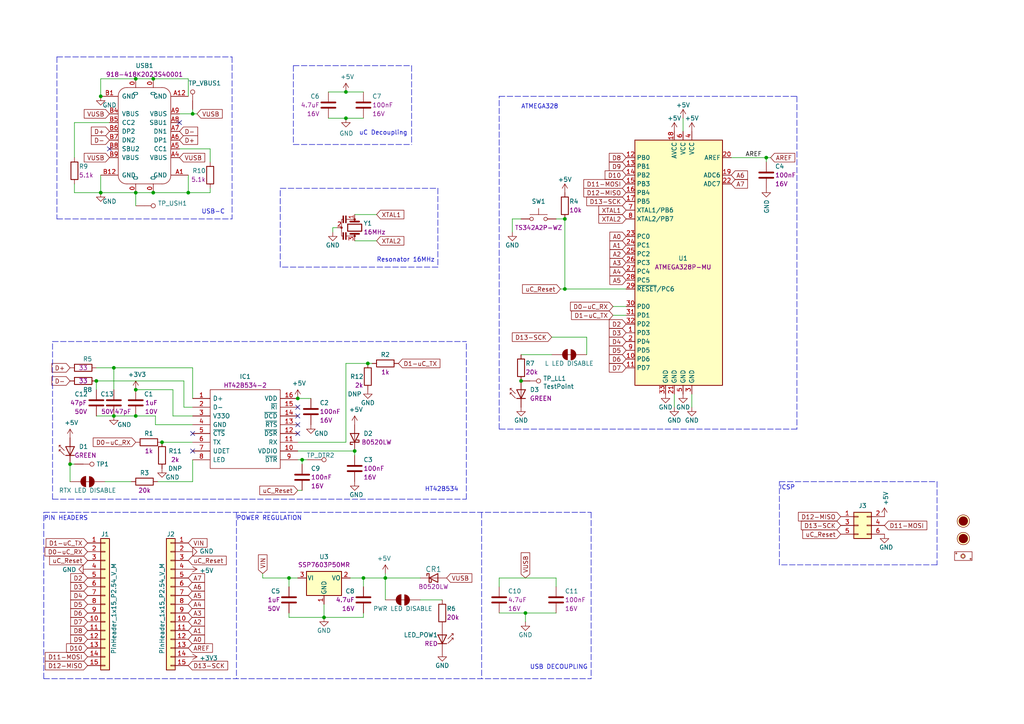
<source format=kicad_sch>
(kicad_sch (version 20211123) (generator eeschema)
  (paper "A4")
  (title_block (title "Jade Nano") (date "2021-02-09") (rev "0.2") (company "GroundStudio.ro") (comment 1 "Schematic: Victor"))
  (junction (at 111.76 167.64))
  (junction (at 151.13 110.49))
  (junction (at 29.21 27.94))
  (junction (at 33.02 106.68))
  (junction (at 163.83 83.82))
  (junction (at 93.98 179.07))
  (junction (at 102.87 130.81))
  (junction (at 44.45 55.88))
  (junction (at 33.02 120.65))
  (junction (at 44.45 22.86))
  (junction (at 39.37 22.86))
  (junction (at 100.33 34.29))
  (junction (at 222.25 45.72))
  (junction (at 86.36 115.57))
  (junction (at 46.99 128.27))
  (junction (at 152.4 177.8))
  (junction (at 27.94 110.49))
  (junction (at 39.37 120.65))
  (junction (at 20.32 134.62))
  (junction (at 105.41 167.64))
  (junction (at 39.37 55.88))
  (junction (at 54.61 55.88))
  (junction (at 39.37 113.03))
  (junction (at 87.63 133.35))
  (junction (at 83.82 167.64))
  (junction (at 55.88 33.02))
  (junction (at 29.21 55.88))
  (junction (at 100.33 26.67))
  (junction (at 163.83 63.5))
  (junction (at 106.68 105.41))
  (no_connect (at 86.36 125.73))
  (no_connect (at 55.88 130.81))
  (no_connect (at 86.36 118.11))
  (no_connect (at 55.88 125.73))
  (no_connect (at 86.36 120.65))
  (no_connect (at 86.36 123.19))
  (no_connect (at 31.75 43.18))
  (no_connect (at 52.07 35.56))
  (polyline (pts (xy 226.06 139.7) (xy 271.78 139.7)))
  (wire (pts (xy 44.45 22.86) (xy 39.37 22.86)))
  (wire (pts (xy 39.37 113.03) (xy 50.165 113.03)))
  (polyline (pts (xy 135.255 144.78) (xy 135.255 99.06)))
  (wire (pts (xy 86.36 128.27) (xy 100.33 128.27)))
  (wire (pts (xy 29.21 55.88) (xy 21.59 55.88)))
  (wire (pts (xy 39.37 55.88) (xy 39.37 59.69)))
  (wire (pts (xy 44.45 22.86) (xy 54.61 22.86)))
  (wire (pts (xy 27.94 106.68) (xy 33.02 106.68)))
  (wire (pts (xy 109.22 69.85) (xy 102.87 69.85)))
  (wire (pts (xy 83.82 170.18) (xy 83.82 167.64)))
  (wire (pts (xy 148.59 63.5) (xy 151.13 63.5)))
  (wire (pts (xy 31.75 35.56) (xy 21.59 35.56)))
  (wire (pts (xy 86.36 142.24) (xy 87.63 142.24)))
  (wire (pts (xy 101.6 167.64) (xy 105.41 167.64)))
  (wire (pts (xy 195.58 114.3) (xy 195.58 118.11)))
  (wire (pts (xy 163.83 63.5) (xy 163.83 83.82)))
  (polyline (pts (xy 231.14 124.46) (xy 144.78 124.46)))
  (polyline (pts (xy 226.06 163.83) (xy 226.06 139.7)))
  (wire (pts (xy 27.94 110.49) (xy 27.94 113.03)))
  (polyline (pts (xy 12.7 196.85) (xy 12.7 148.59)))
  (polyline (pts (xy 144.78 27.94) (xy 231.14 27.94)))
  (wire (pts (xy 177.8 88.9) (xy 181.61 88.9)))
  (wire (pts (xy 21.59 55.88) (xy 21.59 53.34)))
  (wire (pts (xy 93.98 179.07) (xy 105.41 179.07)))
  (wire (pts (xy 111.76 167.64) (xy 111.76 166.37)))
  (wire (pts (xy 161.29 63.5) (xy 163.83 63.5)))
  (wire (pts (xy 76.2 166.37) (xy 76.2 167.64)))
  (wire (pts (xy 29.21 50.8) (xy 29.21 55.88)))
  (wire (pts (xy 46.99 128.27) (xy 55.88 128.27)))
  (wire (pts (xy 27.94 120.65) (xy 33.02 120.65)))
  (wire (pts (xy 45.085 123.19) (xy 55.88 123.19)))
  (wire (pts (xy 152.4 177.8) (xy 152.4 180.34)))
  (wire (pts (xy 111.76 167.64) (xy 121.92 167.64)))
  (wire (pts (xy 100.33 128.27) (xy 100.33 105.41)))
  (wire (pts (xy 163.83 83.82) (xy 162.56 83.82)))
  (wire (pts (xy 50.165 120.65) (xy 55.88 120.65)))
  (wire (pts (xy 45.72 139.7) (xy 55.88 139.7)))
  (wire (pts (xy 102.87 62.23) (xy 109.22 62.23)))
  (wire (pts (xy 83.82 179.07) (xy 93.98 179.07)))
  (polyline (pts (xy 16.51 16.51) (xy 67.31 16.51)))
  (wire (pts (xy 50.165 113.03) (xy 50.165 120.65)))
  (wire (pts (xy 102.87 132.08) (xy 102.87 130.81)))
  (polyline (pts (xy 85.09 19.05) (xy 85.09 41.91)))
  (wire (pts (xy 20.32 134.62) (xy 21.59 134.62)))
  (wire (pts (xy 54.61 55.88) (xy 54.61 50.8)))
  (wire (pts (xy 53.34 110.49) (xy 53.34 118.11)))
  (wire (pts (xy 163.83 83.82) (xy 181.61 83.82)))
  (wire (pts (xy 160.02 97.79) (xy 170.18 97.79)))
  (wire (pts (xy 181.61 91.44) (xy 177.8 91.44)))
  (wire (pts (xy 21.59 35.56) (xy 21.59 45.72)))
  (wire (pts (xy 121.92 173.99) (xy 128.27 173.99)))
  (polyline (pts (xy 15.24 144.78) (xy 135.255 144.78)))
  (wire (pts (xy 76.2 167.64) (xy 83.82 167.64)))
  (wire (pts (xy 20.32 134.62) (xy 20.32 139.7)))
  (wire (pts (xy 54.61 22.86) (xy 54.61 27.94)))
  (wire (pts (xy 33.02 106.68) (xy 33.02 113.03)))
  (polyline (pts (xy 231.14 27.94) (xy 231.14 124.46)))
  (wire (pts (xy 52.07 43.18) (xy 60.96 43.18)))
  (wire (pts (xy 160.02 102.87) (xy 151.13 102.87)))
  (wire (pts (xy 95.25 34.29) (xy 100.33 34.29)))
  (wire (pts (xy 29.21 22.86) (xy 39.37 22.86)))
  (wire (pts (xy 152.4 177.8) (xy 161.29 177.8)))
  (polyline (pts (xy 271.78 139.7) (xy 271.78 163.83)))
  (wire (pts (xy 52.07 33.02) (xy 55.88 33.02)))
  (wire (pts (xy 83.82 177.8) (xy 83.82 179.07)))
  (wire (pts (xy 222.25 45.72) (xy 223.52 45.72)))
  (polyline (pts (xy 271.78 163.83) (xy 226.06 163.83)))
  (polyline (pts (xy 67.31 16.51) (xy 67.31 63.5)))
  (polyline (pts (xy 15.24 144.78) (xy 15.24 99.06)))
  (polyline (pts (xy 16.51 63.5) (xy 67.31 63.5)))
  (wire (pts (xy 33.02 106.68) (xy 55.88 106.68)))
  (wire (pts (xy 83.82 167.64) (xy 86.36 167.64)))
  (polyline (pts (xy 16.51 16.51) (xy 16.51 63.5)))
  (wire (pts (xy 100.33 34.29) (xy 105.41 34.29)))
  (polyline (pts (xy 15.24 99.06) (xy 135.255 99.06)))
  (wire (pts (xy 222.25 46.99) (xy 222.25 45.72)))
  (wire (pts (xy 60.96 55.88) (xy 60.96 54.61)))
  (wire (pts (xy 96.52 67.31) (xy 96.52 66.04)))
  (wire (pts (xy 39.37 120.65) (xy 45.085 120.65)))
  (wire (pts (xy 86.36 130.81) (xy 102.87 130.81)))
  (polyline (pts (xy 127 77.47) (xy 81.28 77.47)))
  (wire (pts (xy 44.45 55.88) (xy 54.61 55.88)))
  (wire (pts (xy 100.33 26.67) (xy 105.41 26.67)))
  (wire (pts (xy 95.25 26.67) (xy 100.33 26.67)))
  (wire (pts (xy 55.88 33.02) (xy 57.15 33.02)))
  (wire (pts (xy 111.76 173.99) (xy 111.76 167.64)))
  (polyline (pts (xy 119.38 19.05) (xy 119.38 41.91)))
  (wire (pts (xy 54.61 55.88) (xy 60.96 55.88)))
  (wire (pts (xy 86.36 115.57) (xy 90.17 115.57)))
  (wire (pts (xy 93.98 175.26) (xy 93.98 179.07)))
  (wire (pts (xy 33.02 120.65) (xy 39.37 120.65)))
  (wire (pts (xy 55.88 106.68) (xy 55.88 115.57)))
  (wire (pts (xy 144.78 167.64) (xy 161.29 167.64)))
  (wire (pts (xy 144.78 177.8) (xy 152.4 177.8)))
  (wire (pts (xy 27.94 110.49) (xy 53.34 110.49)))
  (wire (pts (xy 29.21 27.94) (xy 29.21 22.86)))
  (wire (pts (xy 96.52 66.04) (xy 97.79 66.04)))
  (wire (pts (xy 100.33 105.41) (xy 106.68 105.41)))
  (wire (pts (xy 170.18 97.79) (xy 170.18 102.87)))
  (wire (pts (xy 87.63 133.35) (xy 87.63 134.62)))
  (polyline (pts (xy 127 54.61) (xy 127 77.47)))
  (wire (pts (xy 45.085 120.65) (xy 45.085 123.19)))
  (polyline (pts (xy 81.28 77.47) (xy 81.28 54.61)))
  (wire (pts (xy 87.63 133.35) (xy 86.36 133.35)))
  (wire (pts (xy 105.41 177.8) (xy 105.41 179.07)))
  (polyline (pts (xy 85.09 19.05) (xy 119.38 19.05)))
  (wire (pts (xy 39.37 55.88) (xy 44.45 55.88)))
  (wire (pts (xy 212.09 45.72) (xy 222.25 45.72)))
  (wire (pts (xy 105.41 167.64) (xy 111.76 167.64)))
  (wire (pts (xy 30.48 139.7) (xy 38.1 139.7)))
  (polyline (pts (xy 12.7 148.59) (xy 171.45 148.59)))
  (polyline (pts (xy 12.7 196.85) (xy 171.45 196.85)))
  (wire (pts (xy 106.68 105.41) (xy 107.95 105.41)))
  (polyline (pts (xy 139.7 148.59) (xy 139.7 196.85)))
  (polyline (pts (xy 144.78 124.46) (xy 144.78 27.94)))
  (wire (pts (xy 29.21 55.88) (xy 39.37 55.88)))
  (wire (pts (xy 53.34 118.11) (xy 55.88 118.11)))
  (wire (pts (xy 105.41 170.18) (xy 105.41 167.64)))
  (polyline (pts (xy 85.09 41.91) (xy 119.38 41.91)))
  (wire (pts (xy 198.12 34.29) (xy 198.12 38.1)))
  (wire (pts (xy 161.29 170.18) (xy 161.29 167.64)))
  (wire (pts (xy 60.96 43.18) (xy 60.96 46.99)))
  (wire (pts (xy 55.88 139.7) (xy 55.88 133.35)))
  (polyline (pts (xy 171.45 148.59) (xy 171.45 196.85)))
  (wire (pts (xy 144.78 170.18) (xy 144.78 167.64)))
  (wire (pts (xy 88.9 133.35) (xy 87.63 133.35)))
  (polyline (pts (xy 81.28 54.61) (xy 127 54.61)))
  (polyline (pts (xy 68.58 148.59) (xy 68.58 196.85)))
  (wire (pts (xy 55.88 31.75) (xy 55.88 33.02)))
  (wire (pts (xy 200.66 114.3) (xy 200.66 118.11)))
  (wire (pts (xy 148.59 67.31) (xy 148.59 63.5)))
  (text "USB DECOUPLING\n" (at 153.67 194.31 0) (effects (font (size 1.27 1.27)) (justify left bottom)))
  (text "ATMEGA328" (at 151.13 31.75 0) (effects (font (size 1.27 1.27)) (justify left bottom)))
  (text "PIN HEADERS\n" (at 12.7 151.13 0) (effects (font (size 1.27 1.27)) (justify left bottom)))
  (text "uC Decoupling" (at 104.14 39.37 0) (effects (font (size 1.27 1.27)) (justify left bottom)))
  (text "Resonator 16MHz" (at 109.22 76.2 0) (effects (font (size 1.27 1.27)) (justify left bottom)))
  (text "USB-C\n" (at 58.42 62.23 0) (effects (font (size 1.27 1.27)) (justify left bottom)))
  (text "POWER REGULATION" (at 68.58 151.13 0) (effects (font (size 1.27 1.27)) (justify left bottom)))
  (text "HT42B534\n\n" (at 123.19 144.78 0) (effects (font (size 1.27 1.27)) (justify left bottom)))
  (text "ICSP\n" (at 226.06 142.24 0) (effects (font (size 1.27 1.27)) (justify left bottom)))
  (label "AREF" (at 220.98 45.72 180))
  (global_label "A7" (shape input) (at 54.61 167.64 0) (property "Intersheet References" "${INTERSHEET_REFS}" (effects hide)))
  (global_label "D13-SCK" (shape input) (at 54.61 193.04 0) (property "Intersheet References" "${INTERSHEET_REFS}" (effects hide)))
  (global_label "D6" (shape input) (at 181.61 104.14 180) (property "Intersheet References" "${INTERSHEET_REFS}" (effects hide)))
  (global_label "A6" (shape input) (at 212.09 50.8 0) (property "Intersheet References" "${INTERSHEET_REFS}" (effects hide)))
  (global_label "VUSB" (shape input) (at 152.4 167.64 90) (property "Intersheet References" "${INTERSHEET_REFS}" (effects hide)))
  (global_label "uC_Reset" (shape input) (at 243.84 154.94 180) (property "Intersheet References" "${INTERSHEET_REFS}" (effects hide)))
  (global_label "A0" (shape input) (at 181.61 68.58 180) (property "Intersheet References" "${INTERSHEET_REFS}" (effects hide)))
  (global_label "D7" (shape input) (at 25.4 180.34 180) (property "Intersheet References" "${INTERSHEET_REFS}" (effects hide)))
  (global_label "D2" (shape input) (at 181.61 93.98 180) (property "Intersheet References" "${INTERSHEET_REFS}" (effects hide)))
  (global_label "uC_Reset" (shape input) (at 162.56 83.82 180) (property "Intersheet References" "${INTERSHEET_REFS}" (effects hide)))
  (global_label "uC_Reset" (shape input) (at 86.36 142.24 180) (property "Intersheet References" "${INTERSHEET_REFS}" (effects hide)))
  (global_label "D12-MISO" (shape input) (at 243.84 149.86 180) (property "Intersheet References" "${INTERSHEET_REFS}" (effects hide)))
  (global_label "uC_Reset" (shape input) (at 25.4 162.56 180) (property "Intersheet References" "${INTERSHEET_REFS}" (effects hide)))
  (global_label "D2" (shape input) (at 25.4 167.64 180) (property "Intersheet References" "${INTERSHEET_REFS}" (effects hide)))
  (global_label "D5" (shape input) (at 181.61 101.6 180) (property "Intersheet References" "${INTERSHEET_REFS}" (effects hide)))
  (global_label "A5" (shape input) (at 54.61 172.72 0) (property "Intersheet References" "${INTERSHEET_REFS}" (effects hide)))
  (global_label "D1-uC_TX" (shape input) (at 115.57 105.41 0) (property "Intersheet References" "${INTERSHEET_REFS}" (effects hide)))
  (global_label "A2" (shape input) (at 54.61 180.34 0) (property "Intersheet References" "${INTERSHEET_REFS}" (effects hide)))
  (global_label "AREF" (shape input) (at 223.52 45.72 0) (property "Intersheet References" "${INTERSHEET_REFS}" (effects hide)))
  (global_label "VUSB" (shape input) (at 31.75 33.02 180) (property "Intersheet References" "${INTERSHEET_REFS}" (effects hide)))
  (global_label "D0-uC_RX" (shape input) (at 39.37 128.27 180) (property "Intersheet References" "${INTERSHEET_REFS}" (effects hide)))
  (global_label "A1" (shape input) (at 54.61 182.88 0) (property "Intersheet References" "${INTERSHEET_REFS}" (effects hide)))
  (global_label "XTAL1" (shape input) (at 181.61 60.96 180) (property "Intersheet References" "${INTERSHEET_REFS}" (effects hide)))
  (global_label "D9" (shape input) (at 25.4 185.42 180) (property "Intersheet References" "${INTERSHEET_REFS}" (effects hide)))
  (global_label "D0-uC_RX" (shape input) (at 177.8 88.9 180) (property "Intersheet References" "${INTERSHEET_REFS}" (effects hide)))
  (global_label "D4" (shape input) (at 181.61 99.06 180) (property "Intersheet References" "${INTERSHEET_REFS}" (effects hide)))
  (global_label "VUSB" (shape input) (at 57.15 33.02 0) (property "Intersheet References" "${INTERSHEET_REFS}" (effects hide)))
  (global_label "D-" (shape input) (at 52.07 38.1 0) (property "Intersheet References" "${INTERSHEET_REFS}" (effects hide)))
  (global_label "VUSB" (shape input) (at 129.54 167.64 0) (property "Intersheet References" "${INTERSHEET_REFS}" (effects hide)))
  (global_label "D13-SCK" (shape input) (at 243.84 152.4 180) (property "Intersheet References" "${INTERSHEET_REFS}" (effects hide)))
  (global_label "VUSB" (shape input) (at 31.75 45.72 180) (property "Intersheet References" "${INTERSHEET_REFS}" (effects hide)))
  (global_label "D9" (shape input) (at 181.61 48.26 180) (property "Intersheet References" "${INTERSHEET_REFS}" (effects hide)))
  (global_label "A3" (shape input) (at 54.61 177.8 0) (property "Intersheet References" "${INTERSHEET_REFS}" (effects hide)))
  (global_label "D11-MOSI" (shape input) (at 256.54 152.4 0) (property "Intersheet References" "${INTERSHEET_REFS}" (effects hide)))
  (global_label "D5" (shape input) (at 25.4 175.26 180) (property "Intersheet References" "${INTERSHEET_REFS}" (effects hide)))
  (global_label "D1-uC_TX" (shape input) (at 25.4 157.48 180) (property "Intersheet References" "${INTERSHEET_REFS}" (effects hide)))
  (global_label "uC_Reset" (shape input) (at 54.61 162.56 0) (property "Intersheet References" "${INTERSHEET_REFS}" (effects hide)))
  (global_label "A4" (shape input) (at 54.61 175.26 0) (property "Intersheet References" "${INTERSHEET_REFS}" (effects hide)))
  (global_label "XTAL1" (shape input) (at 109.22 62.23 0) (property "Intersheet References" "${INTERSHEET_REFS}" (effects hide)))
  (global_label "VIN" (shape input) (at 54.61 157.48 0) (property "Intersheet References" "${INTERSHEET_REFS}" (effects hide)))
  (global_label "A4" (shape input) (at 181.61 78.74 180) (property "Intersheet References" "${INTERSHEET_REFS}" (effects hide)))
  (global_label "D12-MISO" (shape input) (at 25.4 193.04 180) (property "Intersheet References" "${INTERSHEET_REFS}" (effects hide)))
  (global_label "A7" (shape input) (at 212.09 53.34 0) (property "Intersheet References" "${INTERSHEET_REFS}" (effects hide)))
  (global_label "VUSB" (shape input) (at 52.07 45.72 0) (property "Intersheet References" "${INTERSHEET_REFS}" (effects hide)))
  (global_label "A2" (shape input) (at 181.61 73.66 180) (property "Intersheet References" "${INTERSHEET_REFS}" (effects hide)))
  (global_label "D1-uC_TX" (shape input) (at 177.8 91.44 180) (property "Intersheet References" "${INTERSHEET_REFS}" (effects hide)))
  (global_label "A3" (shape input) (at 181.61 76.2 180) (property "Intersheet References" "${INTERSHEET_REFS}" (effects hide)))
  (global_label "A5" (shape input) (at 181.61 81.28 180) (property "Intersheet References" "${INTERSHEET_REFS}" (effects hide)))
  (global_label "D-" (shape input) (at 31.75 40.64 180) (property "Intersheet References" "${INTERSHEET_REFS}" (effects hide)))
  (global_label "D4" (shape input) (at 25.4 172.72 180) (property "Intersheet References" "${INTERSHEET_REFS}" (effects hide)))
  (global_label "D+" (shape input) (at 20.32 106.68 180) (property "Intersheet References" "${INTERSHEET_REFS}" (effects hide)))
  (global_label "D-" (shape input) (at 20.32 110.49 180) (property "Intersheet References" "${INTERSHEET_REFS}" (effects hide)))
  (global_label "AREF" (shape input) (at 54.61 187.96 0) (property "Intersheet References" "${INTERSHEET_REFS}" (effects hide)))
  (global_label "VIN" (shape input) (at 76.2 166.37 90) (property "Intersheet References" "${INTERSHEET_REFS}" (effects hide)))
  (global_label "D7" (shape input) (at 181.61 106.68 180) (property "Intersheet References" "${INTERSHEET_REFS}" (effects hide)))
  (global_label "A6" (shape input) (at 54.61 170.18 0) (property "Intersheet References" "${INTERSHEET_REFS}" (effects hide)))
  (global_label "D6" (shape input) (at 25.4 177.8 180) (property "Intersheet References" "${INTERSHEET_REFS}" (effects hide)))
  (global_label "D3" (shape input) (at 181.61 96.52 180) (property "Intersheet References" "${INTERSHEET_REFS}" (effects hide)))
  (global_label "D11-MOSI" (shape input) (at 25.4 190.5 180) (property "Intersheet References" "${INTERSHEET_REFS}" (effects hide)))
  (global_label "D10" (shape input) (at 181.61 50.8 180) (property "Intersheet References" "${INTERSHEET_REFS}" (effects hide)))
  (global_label "XTAL2" (shape input) (at 109.22 69.85 0) (property "Intersheet References" "${INTERSHEET_REFS}" (effects hide)))
  (global_label "D13-SCK" (shape input) (at 160.02 97.79 180) (property "Intersheet References" "${INTERSHEET_REFS}" (effects hide)))
  (global_label "A1" (shape input) (at 181.61 71.12 180) (property "Intersheet References" "${INTERSHEET_REFS}" (effects hide)))
  (global_label "D10" (shape input) (at 25.4 187.96 180) (property "Intersheet References" "${INTERSHEET_REFS}" (effects hide)))
  (global_label "D12-MISO" (shape input) (at 181.61 55.88 180) (property "Intersheet References" "${INTERSHEET_REFS}" (effects hide)))
  (global_label "XTAL2" (shape input) (at 181.61 63.5 180) (property "Intersheet References" "${INTERSHEET_REFS}" (effects hide)))
  (global_label "D8" (shape input) (at 25.4 182.88 180) (property "Intersheet References" "${INTERSHEET_REFS}" (effects hide)))
  (global_label "D+" (shape input) (at 52.07 40.64 0) (property "Intersheet References" "${INTERSHEET_REFS}" (effects hide)))
  (global_label "A0" (shape input) (at 54.61 185.42 0) (property "Intersheet References" "${INTERSHEET_REFS}" (effects hide)))
  (global_label "D0-uC_RX" (shape input) (at 25.4 160.02 180) (property "Intersheet References" "${INTERSHEET_REFS}" (effects hide)))
  (global_label "D3" (shape input) (at 25.4 170.18 180) (property "Intersheet References" "${INTERSHEET_REFS}" (effects hide)))
  (global_label "D+" (shape input) (at 31.75 38.1 180) (property "Intersheet References" "${INTERSHEET_REFS}" (effects hide)))
  (global_label "D8" (shape input) (at 181.61 45.72 180) (property "Intersheet References" "${INTERSHEET_REFS}" (effects hide)))
  (global_label "D11-MOSI" (shape input) (at 181.61 53.34 180) (property "Intersheet References" "${INTERSHEET_REFS}" (effects hide)))
  (global_label "D13-SCK" (shape input) (at 181.61 58.42 180) (property "Intersheet References" "${INTERSHEET_REFS}" (effects hide)))
  (symbol (lib_id "GS_Local:C") (at 161.29 173.99 0) (unit 1)
    (property "Reference" "C11" (at 163.83 171.45 0) (effects (justify left)))
    (property "Value" "C_0402_100nF_16V" (effects hide))
    (property "Footprint" "GS_Local:C_0402_1005Metric" (effects hide))
    (property "Datasheet" "https://datasheet.lcsc.com/lcsc/1811011928_Walsin-Tech-Corp-0402B104K160CT_C83056.pdf" (effects hide))
    (property "MPN" "0402B104K160CT" (effects hide))
    (property "LCSC" "C83056" (effects hide))
    (property "Rated voltage" "16V" (at 163.83 176.53 0) (effects (justify left)))
    (property "Capacitance" "100nF" (at 163.83 173.99 0) (effects (justify left)))
  )
  (symbol (lib_id "GS_Local:GND") (at 152.4 180.34 0) (unit 1)
    (property "Reference" "#PWR0106" (effects hide))
    (property "Value" "GND" (at 152.4 184.15 0))
  )
  (symbol (lib_id "GS_Local:Conn_01x15") (at 30.48 175.26 0) (unit 1)
    (property "Reference" "J1" (at 30.48 154.94 0))
    (property "Value" "PinHeader_1x15_P2.54_V_M" (at 33.02 176.53 90))
    (property "Footprint" "GS_Local:PinHeader_1x15_P2.54mm_Vertical_Male" (effects hide))
    (property "Datasheet" "https://datasheet.lcsc.com/szlcsc/1811151421_Ckmtw-Shenzhen-Cankemeng-C124373_C124373.pdf" (effects hide))
    (property "MPN" "B-2100S15P-A110" (effects hide))
    (property "LCSC" "C124373" (effects hide))
  )
  (symbol (lib_id "GS_Local:Conn_01x15") (at 49.53 175.26 0) (mirror y) (unit 1)
    (property "Reference" "J2" (at 49.53 154.94 0))
    (property "Value" "PinHeader_1x15_P2.54_V_M" (at 46.99 176.53 90))
    (property "Footprint" "GS_Local:PinHeader_1x15_P2.54mm_Vertical_Male" (effects hide))
    (property "Datasheet" "https://datasheet.lcsc.com/szlcsc/1811151421_Ckmtw-Shenzhen-Cankemeng-C124373_C124373.pdf" (effects hide))
    (property "MPN" "B-2100S15P-A110" (effects hide))
    (property "LCSC" "C124373" (effects hide))
  )
  (symbol (lib_id "GS_Local:C") (at 144.78 173.99 0) (unit 1)
    (property "Reference" "C10" (at 147.32 171.45 0) (effects (justify left)))
    (property "Value" "C_0402_4.7uF_16V" (effects hide))
    (property "Footprint" "GS_Local:C_0402_1005Metric" (effects hide))
    (property "Datasheet" "https://datasheet.lcsc.com/szlcsc/2008271938_SANYEAR-C0402X5R475M160NT_C729453.pdf" (effects hide))
    (property "MPN" "C0402X5R475M160NT" (effects hide))
    (property "LCSC" "C729453" (effects hide))
    (property "Rated voltage" "16V" (at 147.32 176.53 0) (effects (justify left)))
    (property "Capacitance" "4.7uF" (at 147.32 173.99 0) (effects (justify left)))
  )
  (symbol (lib_id "GS_Local:GND") (at 256.54 154.94 0) (unit 1)
    (property "Reference" "#PWR0113" (effects hide))
    (property "Value" "GND" (at 259.08 158.75 0) (effects (justify right)))
  )
  (symbol (lib_id "GS_Local:+5V") (at 256.54 149.86 0) (unit 1)
    (property "Reference" "#PWR0114" (effects hide))
    (property "Value" "+5V" (at 256.921 146.6088 90) (effects (justify left)))
  )
  (symbol (lib_id "GS_Local:GND") (at 193.04 114.3 0) (unit 1)
    (property "Reference" "#PWR0115" (effects hide))
    (property "Value" "GND" (at 193.04 118.11 0))
  )
  (symbol (lib_id "GS_Local:C") (at 95.25 30.48 0) (unit 1)
    (property "Reference" "C6" (at 92.71 27.94 0) (effects (justify right)))
    (property "Value" "C_0402_4.7uF_16V" (effects hide))
    (property "Footprint" "GS_Local:C_0402_1005Metric" (effects hide))
    (property "Datasheet" "https://datasheet.lcsc.com/szlcsc/2008271938_SANYEAR-C0402X5R475M160NT_C729453.pdf" (effects hide))
    (property "MPN" "C0402X5R475M160NT" (effects hide))
    (property "LCSC" "C729453" (effects hide))
    (property "Rated voltage" "16V" (at 92.71 33.02 0) (effects (justify right)))
    (property "Capacitance" "4.7uF" (at 92.71 30.48 0) (effects (justify right)))
  )
  (symbol (lib_id "GS_Local:C") (at 105.41 30.48 0) (unit 1)
    (property "Reference" "C7" (at 107.95 27.94 0) (effects (justify left)))
    (property "Value" "C_0402_100nF_16V" (effects hide))
    (property "Footprint" "GS_Local:C_0402_1005Metric" (effects hide))
    (property "Datasheet" "https://datasheet.lcsc.com/lcsc/1811011928_Walsin-Tech-Corp-0402B104K160CT_C83056.pdf" (effects hide))
    (property "MPN" "0402B104K160CT" (effects hide))
    (property "LCSC" "C83056" (effects hide))
    (property "Rated voltage" "16V" (at 107.95 33.02 0) (effects (justify left)))
    (property "Capacitance" "100nF" (at 107.95 30.48 0) (effects (justify left)))
  )
  (symbol (lib_id "GS_Local:GND") (at 100.33 34.29 0) (unit 1)
    (property "Reference" "#PWR0116" (effects hide))
    (property "Value" "GND" (at 100.457 38.6842 0))
  )
  (symbol (lib_id "GS_Local:R") (at 163.83 59.69 180) (unit 1)
    (property "Reference" "R4" (at 165.1 58.42 0) (effects (justify right)))
    (property "Value" "R_0402_10k" (effects hide))
    (property "Footprint" "GS_Local:R_0402_1005Metric" (effects hide))
    (property "Datasheet" "https://datasheet.lcsc.com/szlcsc/1811091923_UNI-ROYAL-Uniroyal-Elec-0402WGJ0103TCE_C25531.pdf" (effects hide))
    (property "MPN" "0402WGJ0103TCE" (effects hide))
    (property "LCSC" "C25531" (effects hide))
    (property "Resistance" "10k" (at 165.1 60.96 0) (effects (justify right)))
  )
  (symbol (lib_id "GS_Local:+5V") (at 163.83 55.88 0) (unit 1)
    (property "Reference" "#PWR0118" (effects hide))
    (property "Value" "+5V" (at 163.83 52.07 0))
  )
  (symbol (lib_id "GS_Local:GND") (at 93.98 179.07 0) (mirror y) (unit 1)
    (property "Reference" "#PWR0103" (effects hide))
    (property "Value" "GND" (at 93.98 182.88 0))
  )
  (symbol (lib_id "GS_Local:TS342A2P-WZ") (at 156.21 63.5 0) (unit 1)
    (property "Reference" "SW1" (at 156.21 58.42 0))
    (property "Value" "TS342A2P-WZ" (effects hide))
    (property "Footprint" "GS_Local:TS342A2P-WZ" (effects hide))
    (property "Datasheet" "https://datasheet.lcsc.com/szlcsc/2005221232_SHOU-HAN-TS342A2P-WZ_C557591.pdf" (effects hide))
    (property "MPN" "TS342A2P-WZ" (at 156.21 66.04 0))
    (property "LCSC" "C557591" (effects hide))
  )
  (symbol (lib_id "GS_Local:GND") (at 148.59 67.31 0) (unit 1)
    (property "Reference" "#PWR0119" (effects hide))
    (property "Value" "GND" (at 148.59 71.12 0))
  )
  (symbol (lib_id "GS_Local:R") (at 128.27 177.8 0) (mirror x) (unit 1)
    (property "Reference" "R6" (at 129.54 176.53 0) (effects (justify left)))
    (property "Value" "R_0402_20k" (effects hide))
    (property "Footprint" "GS_Local:R_0402_1005Metric" (effects hide))
    (property "Datasheet" "https://datasheet.lcsc.com/lcsc/1810191630_Walsin-Tech-Corp-WR04X2002FTL_C163819.pdf" (effects hide))
    (property "MPN" "WR04X2002FTL" (effects hide))
    (property "LCSC" "C163819" (effects hide))
    (property "Resistance" "20k" (at 129.54 179.07 0) (effects (justify left)))
  )
  (symbol (lib_id "GS_Local:DY-IR333C-A") (at 128.27 184.15 270) (mirror x) (unit 1)
    (property "Reference" "LED_POW1" (at 127 184.15 90) (effects (justify right)))
    (property "Value" "LED_0402_RED" (effects hide))
    (property "Footprint" "GS_Local:LED_0402_1005Metric" (effects hide))
    (property "Datasheet" "https://datasheet.lcsc.com/szlcsc/2009251739_TUOZHAN-TZ-P2-0402RTIA1-0-45T_C779449.pdf" (effects hide))
    (property "MPN" "TZ-P2-0402RTIA1-0.45T" (effects hide))
    (property "LCSC" "C779449" (effects hide))
    (property "Color" "RED" (at 127 186.69 90) (effects (justify right)))
  )
  (symbol (lib_id "GS_Local:GND") (at 128.27 189.23 0) (mirror y) (unit 1)
    (property "Reference" "#PWR0102" (effects hide))
    (property "Value" "GND" (at 128.27 193.04 0))
  )
  (symbol (lib_id "GS_Local:+5V") (at 111.76 166.37 0) (mirror y) (unit 1)
    (property "Reference" "#PWR0101" (effects hide))
    (property "Value" "+5V" (at 111.379 161.9758 0))
  )
  (symbol (lib_id "GS_Local:D_Schottky") (at 125.73 167.64 0) (unit 1)
    (property "Reference" "CR1" (at 125.73 165.1 0) (effects (font (size 1.524 1.524))))
    (property "Value" "SOD-123 B0520LW" (effects hide))
    (property "Footprint" "GS_Local:SOD-123" (effects hide))
    (property "Datasheet" "https://datasheet.lcsc.com/szlcsc/1811021622_Changzhou-Starsea-Elec-B0520LW_C89640.pdf" (effects hide))
    (property "MPN" "B0520LW" (at 125.73 170.18 0))
    (property "LCSC" "C89640" (effects hide))
  )
  (symbol (lib_id "GS_Local:R") (at 111.76 105.41 90) (unit 1)
    (property "Reference" "R2" (at 111.76 102.87 90))
    (property "Value" "R_0402_1k" (effects hide))
    (property "Footprint" "GS_Local:R_0402_1005Metric" (effects hide))
    (property "Datasheet" "https://datasheet.lcsc.com/szlcsc/1811141734_FH-Guangdong-Fenghua-Advanced-Tech-RC-02W1001FT_C226166.pdf" (effects hide))
    (property "MPN" "RC-02W1001FT" (effects hide))
    (property "LCSC" "C226166" (effects hide))
    (property "Resistance" "1k" (at 111.76 107.95 90))
  )
  (symbol (lib_id "GS_Local:R") (at 43.18 128.27 270) (unit 1)
    (property "Reference" "R1" (at 43.18 125.73 90))
    (property "Value" "R_0402_1k" (effects hide))
    (property "Footprint" "GS_Local:R_0402_1005Metric" (effects hide))
    (property "Datasheet" "https://datasheet.lcsc.com/szlcsc/1811141734_FH-Guangdong-Fenghua-Advanced-Tech-RC-02W1001FT_C226166.pdf" (effects hide))
    (property "MPN" "RC-02W1001FT" (effects hide))
    (property "LCSC" "C226166" (effects hide))
    (property "Resistance" "1k" (at 43.18 130.81 90))
  )
  (symbol (lib_id "GS_Local:GND") (at 96.52 67.31 0) (unit 1)
    (property "Reference" "#PWR0122" (effects hide))
    (property "Value" "GND" (at 96.52 71.12 0))
  )
  (symbol (lib_id "GS_Local:GND") (at 54.61 160.02 90) (unit 1)
    (property "Reference" "#PWR0111" (effects hide))
    (property "Value" "GND" (at 57.8612 159.893 90) (effects (justify right)))
  )
  (symbol (lib_id "GS_Local:+5V") (at 54.61 165.1 270) (unit 1)
    (property "Reference" "#PWR0108" (effects hide))
    (property "Value" "+5V" (at 57.8612 165.481 90) (effects (justify left)))
  )
  (symbol (lib_id "GS_Local:C") (at 222.25 50.8 0) (unit 1)
    (property "Reference" "C4" (at 224.79 48.26 0) (effects (justify left)))
    (property "Value" "C_0402_100nF_16V" (effects hide))
    (property "Footprint" "GS_Local:C_0402_1005Metric" (effects hide))
    (property "Datasheet" "https://datasheet.lcsc.com/lcsc/1811011928_Walsin-Tech-Corp-0402B104K160CT_C83056.pdf" (effects hide))
    (property "MPN" "0402B104K160CT" (effects hide))
    (property "LCSC" "C83056" (effects hide))
    (property "Rated voltage" "16V" (at 224.79 53.34 0) (effects (justify left)))
    (property "Capacitance" "100nF" (at 224.79 50.8 0) (effects (justify left)))
  )
  (symbol (lib_id "GS_Local:GND") (at 222.25 54.61 0) (unit 1)
    (property "Reference" "#PWR0124" (effects hide))
    (property "Value" "GND" (at 222.377 57.8612 90) (effects (justify right)))
  )
  (symbol (lib_id "GS_Local:+3V3") (at 54.61 190.5 270) (unit 1)
    (property "Reference" "#PWR0109" (effects hide))
    (property "Value" "+3V3" (at 57.8612 190.881 90) (effects (justify left)))
  )
  (symbol (lib_id "GS_Local:GND") (at 25.4 165.1 270) (unit 1)
    (property "Reference" "#PWR0110" (effects hide))
    (property "Value" "GND" (at 22.1488 165.227 90) (effects (justify right)))
  )
  (symbol (lib_id "GS_Local:C") (at 105.41 173.99 0) (unit 1)
    (property "Reference" "C8" (at 102.87 171.45 0) (effects (justify right)))
    (property "Value" "C_0402_4.7uF_16V" (effects hide))
    (property "Footprint" "GS_Local:C_0402_1005Metric" (effects hide))
    (property "Datasheet" "https://datasheet.lcsc.com/szlcsc/2008271938_SANYEAR-C0402X5R475M160NT_C729453.pdf" (effects hide))
    (property "MPN" "C0402X5R475M160NT" (effects hide))
    (property "LCSC" "C729453" (effects hide))
    (property "Rated voltage" "16V" (at 102.87 176.53 0) (effects (justify right)))
    (property "Capacitance" "4.7uF" (at 102.87 173.99 0) (effects (justify right)))
  )
  (symbol (lib_id "GS_Local:C") (at 83.82 173.99 0) (unit 1)
    (property "Reference" "C5" (at 81.28 171.45 0) (effects (justify right)))
    (property "Value" "C_0603_1uF_50V" (effects hide))
    (property "Footprint" "GS_Local:C_0603_1608Metric" (effects hide))
    (property "Datasheet" "https://datasheet.lcsc.com/szlcsc/1810261812_Samsung-Electro-Mechanics-CL10A105KB8NNNC_C15849.pdf" (effects hide))
    (property "MPN" "CL10A105KB8NNNC" (effects hide))
    (property "LCSC" "C15849" (effects hide))
    (property "Rated voltage" "50V" (at 81.28 176.53 0) (effects (justify right)))
    (property "Capacitance" "1uF" (at 81.28 173.99 0) (effects (justify right)))
  )
  (symbol (lib_id "GS_Local:ATmega328P-MU") (at 196.85 76.2 0) (mirror y) (unit 1)
    (property "Reference" "U1" (at 198.12 74.93 0))
    (property "Value" "ATmega328P-MU" (effects hide))
    (property "Footprint" "GS_Local:QFN-32-1EP_5x5mm_P0.5mm_EP3.1x3.1mm" (effects hide))
    (property "Datasheet" "https://datasheet.lcsc.com/szlcsc/1809192132_Microchip-Tech-ATMEGA328P-MU_C38896.pdf" (effects hide))
    (property "MPN" "ATMEGA328P-MU" (at 198.12 77.47 0))
    (property "LCSC" "C38896" (effects hide))
  )
  (symbol (lib_id "GS_Local:+5V") (at 100.33 26.67 0) (unit 1)
    (property "Reference" "#PWR0126" (effects hide))
    (property "Value" "+5V" (at 100.711 22.2758 0))
  )
  (symbol (lib_id "GS_Local:+5V") (at 200.66 38.1 0) (unit 1)
    (property "Reference" "#PWR0117" (effects hide))
    (property "Value" "+5V" (at 200.66 34.29 0))
  )
  (symbol (lib_id "GS_Local:CSTNE16M0V530000R0") (at 102.87 66.04 270) (unit 1)
    (property "Reference" "Y1" (at 105.41 64.77 90) (effects (justify left)))
    (property "Value" "RSN_3P_3.2x1.3 CSTNE16M0V" (effects hide))
    (property "Footprint" "GS_Local:CSTNE" (effects hide))
    (property "Datasheet" "https://datasheet.lcsc.com/szlcsc/1912111437_Murata-Electronics-CSTNE16M0V530000R0_C341521.pdf" (effects hide))
    (property "MPN" "CSTNE16M0V530000R0" (effects hide))
    (property "LCSC" "C341521" (effects hide))
    (property "Frequency" "16MHz" (at 105.41 67.31 90) (effects (justify left)))
  )
  (symbol (lib_id "GS_Local:DY-IR333C-A") (at 151.13 113.03 90) (unit 1)
    (property "Reference" "D3" (at 153.67 113.03 90) (effects (justify right)))
    (property "Value" "LED_0402_GREEN" (effects hide))
    (property "Footprint" "GS_Local:LED_0402_1005Metric" (effects hide))
    (property "Datasheet" "https://datasheet.lcsc.com/szlcsc/2006241134_TUOZHAN-TZ-P2-0402GTIA1-0-45T_C688877.pdf" (effects hide))
    (property "MPN" "TZ-P2-0402GTIA1-0.45T" (effects hide))
    (property "LCSC" "C688877" (effects hide))
    (property "Color" "GREEN" (at 153.67 115.57 90) (effects (justify right)))
  )
  (symbol (lib_id "GS_Local:R") (at 151.13 106.68 0) (unit 1)
    (property "Reference" "R7" (at 152.4 105.41 0) (effects (justify left)))
    (property "Value" "R_0402_20k" (effects hide))
    (property "Footprint" "GS_Local:R_0402_1005Metric" (effects hide))
    (property "Datasheet" "https://datasheet.lcsc.com/lcsc/1810191630_Walsin-Tech-Corp-WR04X2002FTL_C163819.pdf" (effects hide))
    (property "MPN" "WR04X2002FTL" (effects hide))
    (property "LCSC" "C163819" (effects hide))
    (property "Resistance" "20k" (at 152.4 107.95 0) (effects (justify left)))
  )
  (symbol (lib_id "GS_Local:GND") (at 151.13 118.11 0) (unit 1)
    (property "Reference" "#PWR0125" (effects hide))
    (property "Value" "GND" (at 151.13 121.92 0))
  )
  (symbol (lib_id "GS_Local:USB_C_FULL") (at 41.91 38.1 0) (unit 1)
    (property "Reference" "USB1" (at 41.91 19.05 0))
    (property "Value" "USB_C 918-418K2023S40001" (effects hide))
    (property "Footprint" "GS_Local:USB_C_C167321" (effects hide))
    (property "Datasheet" "https://datasheet.lcsc.com/szlcsc/1811101520_Jing-Extension-of-the-Electronic-Co-C167321_C167321.pdf" (effects hide))
    (property "MPN" "918-418K2023S40001" (at 41.91 21.59 0))
    (property "LCSC" "C167321" (effects hide))
  )
  (symbol (lib_id "GS_Local:TestPoint") (at 44.45 59.69 270) (mirror x) (unit 1)
    (property "Reference" "TP_USH1" (at 45.7708 58.9788 90) (effects (justify left)))
    (property "Value" "TestPoint" (effects hide))
    (property "Footprint" "GS_Local:TestPoint" (effects hide))
  )
  (symbol (lib_id "GS_Local:TestPoint") (at 55.88 26.67 0) (mirror y) (unit 1)
    (property "Reference" "TP_VBUS1" (at 54.61 24.13 0) (effects (justify right)))
    (property "Value" "TestPoint" (effects hide))
    (property "Footprint" "GS_Local:TestPoint" (effects hide))
  )
  (symbol (lib_id "GS_Local:GND") (at 29.21 55.88 0) (unit 1)
    (property "Reference" "#PWR0107" (effects hide))
    (property "Value" "GND" (at 31.75 58.42 0))
  )
  (symbol (lib_id "GS_Local:GND") (at 29.21 27.94 0) (unit 1)
    (property "Reference" "#PWR0127" (effects hide))
    (property "Value" "GND" (at 31.75 30.48 0))
  )
  (symbol (lib_id "GS_Local:Fiducial") (at 279.4 151.13 0) (unit 1)
    (property "Reference" "FID1" (effects hide))
    (property "Value" "Fiducial" (effects hide))
    (property "Footprint" "GS_Local:Fiducial_0.75mm_Mask1.5mm" (effects hide))
  )
  (symbol (lib_id "GS_Local:TestPoint") (at 93.98 133.35 270) (unit 1)
    (property "Reference" "TP_DTR2" (at 88.9 132.08 90) (effects (justify left)))
    (property "Value" "TestPoint" (effects hide))
    (property "Footprint" "GS_Local:TestPoint" (effects hide))
  )
  (symbol (lib_id "GS_Local:Fiducial") (at 279.4 156.21 0) (unit 1)
    (property "Reference" "FID2" (effects hide))
    (property "Value" "Fiducial" (effects hide))
    (property "Footprint" "GS_Local:Fiducial_0.75mm_Mask1.5mm" (effects hide))
  )
  (symbol (lib_id "GS_Local:TestPoint") (at 156.21 110.49 270) (mirror x) (unit 1)
    (property "Reference" "TP_LL1" (at 157.5308 109.7788 90) (effects (justify left)))
    (property "Value" "TestPoint" (at 157.5308 112.0902 90) (effects (justify left)))
    (property "Footprint" "GS_Local:TestPoint" (effects hide))
  )
  (symbol (lib_id "GS_Local:HT42B534-2") (at 55.88 115.57 0) (unit 1)
    (property "Reference" "IC1" (at 71.12 109.22 0))
    (property "Value" "SOP-16_150MIL HT42B534-2" (effects hide))
    (property "Footprint" "GS_Local:SOP-16_150MIL" (effects hide))
    (property "Datasheet" "https://datasheet.lcsc.com/szlcsc/2003091732_Holtek-Semicon-HT42B534-2_C493361.pdf" (effects hide))
    (property "MPN" "HT42B534-2" (at 71.12 111.76 0))
    (property "LCSC" "C493361" (effects hide))
  )
  (symbol (lib_id "GS_Local:C") (at 87.63 138.43 180) (unit 1)
    (property "Reference" "C9" (at 90.17 135.89 0) (effects (justify right)))
    (property "Value" "C_0402_100nF_16V" (effects hide))
    (property "Footprint" "GS_Local:C_0402_1005Metric" (effects hide))
    (property "Datasheet" "https://datasheet.lcsc.com/lcsc/1811011928_Walsin-Tech-Corp-0402B104K160CT_C83056.pdf" (effects hide))
    (property "MPN" "0402B104K160CT" (effects hide))
    (property "LCSC" "C83056" (effects hide))
    (property "Rated voltage" "16V" (at 90.17 140.97 0) (effects (justify right)))
    (property "Capacitance" "100nF" (at 90.17 138.43 0) (effects (justify right)))
  )
  (symbol (lib_id "GS_Local:GND") (at 33.02 120.65 0) (unit 1)
    (property "Reference" "#PWR05" (effects hide))
    (property "Value" "GND" (at 38.1 123.19 0) (effects (justify right)))
  )
  (symbol (lib_id "GS_Local:R") (at 41.91 139.7 270) (unit 1)
    (property "Reference" "R3" (at 41.91 137.16 90))
    (property "Value" "R_0402_20k" (effects hide))
    (property "Footprint" "GS_Local:R_0402_1005Metric" (effects hide))
    (property "Datasheet" "https://datasheet.lcsc.com/lcsc/1810191630_Walsin-Tech-Corp-WR04X2002FTL_C163819.pdf" (effects hide))
    (property "MPN" "WR04X2002FTL" (effects hide))
    (property "LCSC" "C163819" (effects hide))
    (property "Resistance" "20k" (at 41.91 142.24 90))
  )
  (symbol (lib_id "GS_Local:TestPoint") (at 26.67 134.62 270) (unit 1)
    (property "Reference" "TP1" (at 27.94 134.62 90) (effects (justify left)))
    (property "Value" "TestPoint RxTx" (effects hide))
    (property "Footprint" "GS_Local:TestPoint" (effects hide))
  )
  (symbol (lib_id "GS_Local:DY-IR333C-A") (at 20.32 129.54 90) (unit 1)
    (property "Reference" "D1" (at 22.86 129.54 90) (effects (justify right)))
    (property "Value" "LED_0402_GREEN" (effects hide))
    (property "Footprint" "GS_Local:LED_0402_1005Metric" (effects hide))
    (property "Datasheet" "https://datasheet.lcsc.com/szlcsc/2006241134_TUOZHAN-TZ-P2-0402GTIA1-0-45T_C688877.pdf" (effects hide))
    (property "MPN" "TZ-P2-0402GTIA1-0.45T" (effects hide))
    (property "LCSC" "C688877" (effects hide))
    (property "Color" "GREEN" (at 21.59 132.08 90) (effects (justify right)))
  )
  (symbol (lib_id "GS_Local:+5V") (at 20.32 127 0) (unit 1)
    (property "Reference" "#PWR03" (effects hide))
    (property "Value" "+5V" (at 20.701 122.6058 0))
  )
  (symbol (lib_id "GS_Local:+5V") (at 86.36 115.57 0) (unit 1)
    (property "Reference" "#PWR04" (effects hide))
    (property "Value" "+5V" (at 86.741 111.1758 0))
  )
  (symbol (lib_id "GS_Local:SSP7603P50MR") (at 93.98 167.64 0) (unit 1)
    (property "Reference" "U3" (at 93.98 161.4932 0))
    (property "Value" "SOT-23-3 SSP7603P50MR" (effects hide))
    (property "Footprint" "GS_Local:SOT-23-3" (effects hide))
    (property "Datasheet" "https://datasheet.lcsc.com/szlcsc/1912111437_Shanghai-Siproin-Microelectronics-SSP7603P50MR_C411029.pdf" (effects hide))
    (property "MPN" "SSP7603P50MR" (at 93.98 163.83 0))
    (property "LCSC" "C411029" (effects hide))
  )
  (symbol (lib_id "GS_Local:C") (at 102.87 135.89 180) (unit 1)
    (property "Reference" "C3" (at 105.41 133.35 0) (effects (justify right)))
    (property "Value" "C_0402_100nF_16V" (effects hide))
    (property "Footprint" "GS_Local:C_0402_1005Metric" (effects hide))
    (property "Datasheet" "https://datasheet.lcsc.com/lcsc/1811011928_Walsin-Tech-Corp-0402B104K160CT_C83056.pdf" (effects hide))
    (property "MPN" "0402B104K160CT" (effects hide))
    (property "LCSC" "C83056" (effects hide))
    (property "Rated voltage" "16V" (at 105.41 138.43 0) (effects (justify right)))
    (property "Capacitance" "100nF" (at 105.41 135.89 0) (effects (justify right)))
  )
  (symbol (lib_id "GS_Local:GND") (at 102.87 139.7 0) (unit 1)
    (property "Reference" "#PWR08" (effects hide))
    (property "Value" "GND" (at 105.41 143.51 0) (effects (justify right)))
  )
  (symbol (lib_id "GS_Local:C") (at 39.37 116.84 0) (mirror y) (unit 1)
    (property "Reference" "C1" (at 44.45 114.3 0) (effects (justify left)))
    (property "Value" "C_0402_1uF_10V" (effects hide))
    (property "Footprint" "GS_Local:C_0402_1005Metric" (effects hide))
    (property "Datasheet" "https://datasheet.lcsc.com/szlcsc/2005061106_PSA-Prosperity-Dielectrics-FS15B105K100PKG_C525324.pdf" (effects hide))
    (property "MPN" "FS15B105K100PKG" (effects hide))
    (property "LCSC" "C525324" (effects hide))
    (property "Rated voltage" "10V" (at 45.72 119.38 0) (effects (justify left)))
    (property "Capacitance" "1uF" (at 45.72 116.84 0) (effects (justify left)))
  )
  (symbol (lib_id "GS_Local:C") (at 90.17 119.38 180) (unit 1)
    (property "Reference" "C2" (at 92.71 116.84 0) (effects (justify right)))
    (property "Value" "C_0402_100nF_16V" (effects hide))
    (property "Footprint" "GS_Local:C_0402_1005Metric" (effects hide))
    (property "Datasheet" "https://datasheet.lcsc.com/lcsc/1811011928_Walsin-Tech-Corp-0402B104K160CT_C83056.pdf" (effects hide))
    (property "MPN" "0402B104K160CT" (effects hide))
    (property "LCSC" "C83056" (effects hide))
    (property "Rated voltage" "16V" (at 92.71 121.92 0) (effects (justify right)))
    (property "Capacitance" "100nF" (at 92.71 119.38 0) (effects (justify right)))
  )
  (symbol (lib_id "GS_Local:GND") (at 90.17 123.19 0) (unit 1)
    (property "Reference" "#PWR06" (effects hide))
    (property "Value" "GND" (at 95.25 125.73 0) (effects (justify right)))
  )
  (symbol (lib_id "GS_Local:C") (at 33.02 116.84 0) (mirror y) (unit 1)
    (property "Reference" "C13" (at 33.02 114.3 0) (effects (justify left)))
    (property "Value" "C_0402_47pF_50V" (effects hide))
    (property "Footprint" "GS_Local:C_0402_1005Metric" (effects hide))
    (property "Datasheet" "https://datasheet.lcsc.com/szlcsc/2006151232_PSA-Prosperity-Dielectrics-FN15N470J500PNG_C525215.pdf" (effects hide))
    (property "MPN" "FN15N470J500PNG" (effects hide))
    (property "LCSC" "C525215" (effects hide))
    (property "Rated voltage" "50V" (at 33.02 119.38 0) (effects (justify left)))
    (property "Capacitance" "47pF" (at 38.1 119.38 0) (effects (justify left)))
  )
  (symbol (lib_id "GS_Local:C") (at 27.94 116.84 0) (mirror x) (unit 1)
    (property "Reference" "C12" (at 21.59 114.3 0) (effects (justify left)))
    (property "Value" "C_0402_47pF_50V" (effects hide))
    (property "Footprint" "GS_Local:C_0402_1005Metric" (effects hide))
    (property "Datasheet" "https://datasheet.lcsc.com/szlcsc/2006151232_PSA-Prosperity-Dielectrics-FN15N470J500PNG_C525215.pdf" (effects hide))
    (property "MPN" "FN15N470J500PNG" (effects hide))
    (property "LCSC" "C525215" (effects hide))
    (property "Rated voltage" "50V" (at 21.59 119.38 0) (effects (justify left)))
    (property "Capacitance" "47pF" (at 20.32 116.84 0) (effects (justify left)))
  )
  (symbol (lib_id "GS_Local:R") (at 24.13 106.68 270) (mirror x) (unit 1)
    (property "Reference" "R5" (at 25.4 104.14 90))
    (property "Value" "R_0402_33" (effects hide))
    (property "Footprint" "GS_Local:R_0402_1005Metric" (effects hide))
    (property "Datasheet" "https://datasheet.lcsc.com/szlcsc/1811141740_FH-Guangdong-Fenghua-Advanced-Tech-RC-02W33R0FT_C140161.pdf" (effects hide))
    (property "MPN" "RC-02W33R0FT" (effects hide))
    (property "LCSC" "C140161" (effects hide))
    (property "Resistance" "33" (at 24.13 106.68 90))
  )
  (symbol (lib_id "GS_Local:R") (at 24.13 110.49 90) (mirror x) (unit 1)
    (property "Reference" "R8" (at 25.4 113.03 90))
    (property "Value" "R_0402_33" (effects hide))
    (property "Footprint" "GS_Local:R_0402_1005Metric" (effects hide))
    (property "Datasheet" "https://datasheet.lcsc.com/szlcsc/1811141740_FH-Guangdong-Fenghua-Advanced-Tech-RC-02W33R0FT_C140161.pdf" (effects hide))
    (property "MPN" "RC-02W33R0FT" (effects hide))
    (property "LCSC" "C140161" (effects hide))
    (property "Resistance" "33" (at 24.13 110.49 90))
  )
  (symbol (lib_id "GS_Local:R") (at 21.59 49.53 180) (unit 1)
    (property "Reference" "R9" (at 22.86 48.26 0) (effects (justify right)))
    (property "Value" "R_0402_5.1k" (effects hide))
    (property "Footprint" "GS_Local:R_0402_1005Metric" (effects hide))
    (property "Datasheet" "https://datasheet.lcsc.com/szlcsc/1811141743_FH-Guangdong-Fenghua-Advanced-Tech-RC-02W5101FT_C294638.pdf" (effects hide))
    (property "MPN" "RC-02W5101FT" (effects hide))
    (property "LCSC" "C294638" (effects hide))
    (property "Resistance" "5.1k" (at 22.86 50.8 0) (effects (justify right)))
  )
  (symbol (lib_id "GS_Local:R") (at 60.96 50.8 0) (unit 1)
    (property "Reference" "R10" (at 59.69 49.53 0) (effects (justify right)))
    (property "Value" "R_0402_5.1k" (effects hide))
    (property "Footprint" "GS_Local:R_0402_1005Metric" (effects hide))
    (property "Datasheet" "https://datasheet.lcsc.com/szlcsc/1811141743_FH-Guangdong-Fenghua-Advanced-Tech-RC-02W5101FT_C294638.pdf" (effects hide))
    (property "MPN" "RC-02W5101FT" (effects hide))
    (property "LCSC" "C294638" (effects hide))
    (property "Resistance" "5.1k" (at 59.69 52.07 0) (effects (justify right)))
  )
  (symbol (lib_id "GS_Local:+3V3") (at 39.37 113.03 0) (unit 1)
    (property "Reference" "#PWR01" (effects hide))
    (property "Value" "+3V3" (at 39.751 108.6358 0))
  )
  (symbol (lib_id "GS_Local:R") (at 46.99 132.08 180) (unit 1)
    (property "Reference" "R11" (at 50.8 130.81 0))
    (property "Value" "DNP" (at 50.8 135.89 0))
    (property "Footprint" "GS_Local:R_0402_1005Metric" (effects hide))
    (property "Datasheet" "https://datasheet.lcsc.com/szlcsc/1811141622_FH-Guangdong-Fenghua-Advanced-Tech-RC-02W2001FT_C304583.pdf" (effects hide))
    (property "MPN" "RC-02W2001FT" (effects hide))
    (property "LCSC" "C304583" (effects hide))
    (property "Resistance" "2k" (at 50.8 133.35 0))
  )
  (symbol (lib_id "GS_Local:GND") (at 46.99 135.89 0) (unit 1)
    (property "Reference" "#PWR02" (effects hide))
    (property "Value" "GND" (at 52.07 138.43 0) (effects (justify right)))
  )
  (symbol (lib_id "GS_Local:R") (at 106.68 109.22 180) (unit 1)
    (property "Reference" "R12" (at 103.505 109.22 0))
    (property "Value" "DNP" (at 102.87 114.3 0))
    (property "Footprint" "GS_Local:R_0402_1005Metric" (effects hide))
    (property "Datasheet" "https://datasheet.lcsc.com/szlcsc/1811141622_FH-Guangdong-Fenghua-Advanced-Tech-RC-02W2001FT_C304583.pdf" (effects hide))
    (property "MPN" "RC-02W2001FT" (effects hide))
    (property "LCSC" "C304583" (effects hide))
    (property "Resistance" "2k" (at 104.14 111.76 0))
  )
  (symbol (lib_id "GS_Local:GND") (at 106.68 113.03 0) (unit 1)
    (property "Reference" "#PWR09" (effects hide))
    (property "Value" "GND" (at 106.68 116.84 0))
  )
  (symbol (lib_id "GS_Local:PCB") (at 279.4 161.29 0) (unit 1)
    (property "Reference" "P1" (effects hide))
    (property "Value" "PCB" (effects hide))
    (property "MPN" "WFYELH_GS_PCB" (effects hide))
  )
  (symbol (lib_id "GS_Local:GND") (at 198.12 114.3 0) (unit 1)
    (property "Reference" "#PWR0104" (effects hide))
    (property "Value" "GND" (at 198.12 118.11 0))
  )
  (symbol (lib_id "GS_Local:GND") (at 195.58 118.11 0) (unit 1)
    (property "Reference" "#PWR0120" (effects hide))
    (property "Value" "GND" (at 195.58 121.92 0))
  )
  (symbol (lib_id "GS_Local:GND") (at 200.66 118.11 0) (unit 1)
    (property "Reference" "#PWR0105" (effects hide))
    (property "Value" "GND" (at 200.66 121.92 0))
  )
  (symbol (lib_id "GS_Local:+5V") (at 198.12 34.29 0) (unit 1)
    (property "Reference" "#PWR0112" (effects hide))
    (property "Value" "+5V" (at 198.12 30.48 0))
  )
  (symbol (lib_id "GS_Local:+5V") (at 195.58 38.1 0) (unit 1)
    (property "Reference" "#PWR0121" (effects hide))
    (property "Value" "+5V" (at 195.58 34.29 0))
  )
  (symbol (lib_id "GS_Local:SolderJumper_NC") (at 25.4 139.7 90) (mirror x) (unit 1)
    (property "Reference" "J5" (effects hide))
    (property "Value" "RTX LED DISABLE" (at 25.4 142.24 90))
    (property "Footprint" "GS_Local:SolderJumper_NC_small" (effects hide))
  )
  (symbol (lib_id "GS_Local:D_Schottky") (at 102.87 127 90) (unit 1)
    (property "Reference" "D2" (at 105.41 125.73 90) (effects (justify right)))
    (property "Value" "SOD-123 B0520LW" (effects hide))
    (property "Footprint" "GS_Local:SOD-123" (effects hide))
    (property "Datasheet" "https://datasheet.lcsc.com/szlcsc/1811021622_Changzhou-Starsea-Elec-B0520LW_C89640.pdf" (effects hide))
    (property "MPN" "B0520LW" (at 109.22 128.27 90))
    (property "LCSC" "C89640" (effects hide))
  )
  (symbol (lib_id "GS_Local:+5V") (at 102.87 123.19 0) (unit 1)
    (property "Reference" "#PWR0123" (effects hide))
    (property "Value" "+5V" (at 103.251 118.7958 0))
  )
  (symbol (lib_id "GS_Local:SolderJumper_NC") (at 116.84 173.99 270) (mirror x) (unit 1)
    (property "Reference" "J6" (effects hide))
    (property "Value" "PWR LED DISABLE" (at 116.84 176.53 90))
    (property "Footprint" "GS_Local:SolderJumper_NC_small" (effects hide))
  )
  (symbol (lib_id "GS_Local:SolderJumper_NC") (at 165.1 102.87 270) (mirror x) (unit 1)
    (property "Reference" "J4" (effects hide))
    (property "Value" "L LED DISABLE" (at 165.1 105.41 90))
    (property "Footprint" "GS_Local:SolderJumper_NC_small" (effects hide))
  )
  (symbol (lib_id "GS_Local:Conn_02x03_Odd_Even") (at 250.19 152.4 0) (unit 1)
    (property "Reference" "J3" (at 250.19 146.685 0))
    (property "Value" "PinHeader_2x03_P2.54_V_M" (effects hide))
    (property "Footprint" "GS_Local:PinHeader_2x03_P2.54mm_Vertical_Male" (effects hide))
    (property "Datasheet" "https://datasheet.lcsc.com/szlcsc/1912111437_PINREX-210-72-03GB01_C402781.pdf" (effects hide))
    (property "MPN" "210-72-03GB01" (effects hide))
    (property "LCSC" "C402781" (effects hide))
  )
)
</source>
